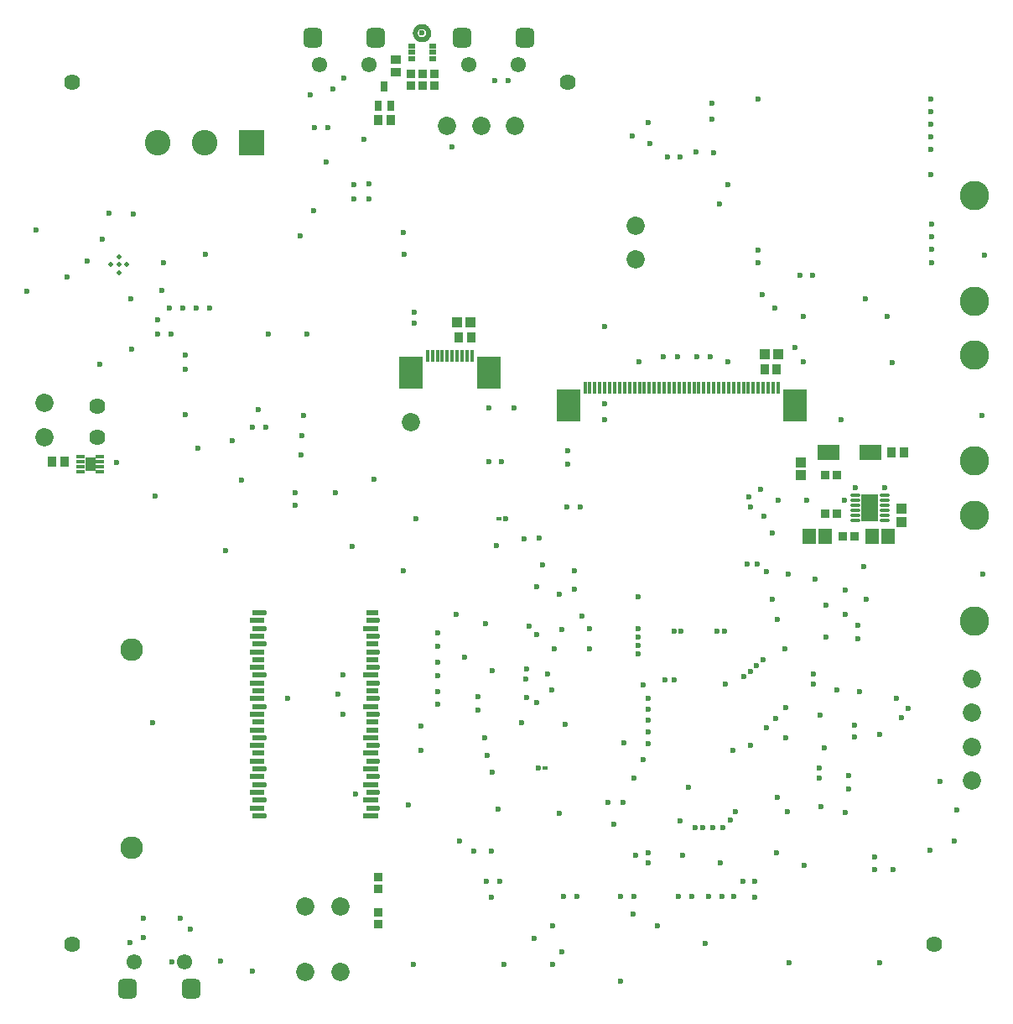
<source format=gbs>
G04*
G04 #@! TF.GenerationSoftware,Altium Limited,Altium Designer,20.2.5 (213)*
G04*
G04 Layer_Color=16711935*
%FSLAX25Y25*%
%MOIN*%
G70*
G04*
G04 #@! TF.SameCoordinates,C1AB7A55-160F-408B-B7C6-D50FE72A222F*
G04*
G04*
G04 #@! TF.FilePolarity,Negative*
G04*
G01*
G75*
%ADD20R,0.03543X0.03937*%
%ADD24R,0.03937X0.04331*%
%ADD32R,0.03347X0.03740*%
%ADD37R,0.03740X0.03347*%
%ADD39R,0.03937X0.03543*%
%ADD40R,0.02132X0.01778*%
%ADD41R,0.04331X0.03937*%
%ADD45R,0.03150X0.03937*%
%ADD69R,0.05512X0.05906*%
%ADD70C,0.07284*%
%ADD71C,0.02362*%
%ADD72C,0.11693*%
%ADD73C,0.01968*%
%ADD74C,0.08957*%
G04:AMPARAMS|DCode=75|XSize=74.8mil|YSize=78.74mil|CornerRadius=19.68mil|HoleSize=0mil|Usage=FLASHONLY|Rotation=180.000|XOffset=0mil|YOffset=0mil|HoleType=Round|Shape=RoundedRectangle|*
%AMROUNDEDRECTD75*
21,1,0.07480,0.03937,0,0,180.0*
21,1,0.03543,0.07874,0,0,180.0*
1,1,0.03937,-0.01772,0.01968*
1,1,0.03937,0.01772,0.01968*
1,1,0.03937,0.01772,-0.01968*
1,1,0.03937,-0.01772,-0.01968*
%
%ADD75ROUNDEDRECTD75*%
%ADD76C,0.06102*%
%ADD77R,0.10138X0.10138*%
%ADD78C,0.10138*%
%ADD79C,0.06394*%
%ADD158R,0.09449X0.12598*%
%ADD159R,0.01575X0.04724*%
%ADD160R,0.02756X0.01968*%
%ADD161R,0.05072X0.02391*%
%ADD162R,0.08740X0.06299*%
%ADD163R,0.03543X0.04331*%
%ADD164R,0.07087X0.11024*%
G04:AMPARAMS|DCode=165|XSize=38.58mil|YSize=14.57mil|CornerRadius=3.3mil|HoleSize=0mil|Usage=FLASHONLY|Rotation=0.000|XOffset=0mil|YOffset=0mil|HoleType=Round|Shape=RoundedRectangle|*
%AMROUNDEDRECTD165*
21,1,0.03858,0.00797,0,0,0.0*
21,1,0.03199,0.01457,0,0,0.0*
1,1,0.00659,0.01599,-0.00399*
1,1,0.00659,-0.01599,-0.00399*
1,1,0.00659,-0.01599,0.00399*
1,1,0.00659,0.01599,0.00399*
%
%ADD165ROUNDEDRECTD165*%
G04:AMPARAMS|DCode=166|XSize=33.86mil|YSize=14.57mil|CornerRadius=3.3mil|HoleSize=0mil|Usage=FLASHONLY|Rotation=0.000|XOffset=0mil|YOffset=0mil|HoleType=Round|Shape=RoundedRectangle|*
%AMROUNDEDRECTD166*
21,1,0.03386,0.00797,0,0,0.0*
21,1,0.02726,0.01457,0,0,0.0*
1,1,0.00659,0.01363,-0.00399*
1,1,0.00659,-0.01363,-0.00399*
1,1,0.00659,-0.01363,0.00399*
1,1,0.00659,0.01363,0.00399*
%
%ADD166ROUNDEDRECTD166*%
%ADD167R,0.03937X0.05512*%
G36*
X909200Y910363D02*
X909389Y910378D01*
X909578Y910403D01*
X909765Y910438D01*
X909950Y910482D01*
X910132Y910536D01*
X910311Y910600D01*
X910487Y910672D01*
X910659Y910754D01*
X910826Y910845D01*
X910988Y910944D01*
X911145Y911052D01*
X911296Y911168D01*
X911440Y911291D01*
X911578Y911422D01*
X911709Y911560D01*
X911832Y911705D01*
X911948Y911855D01*
X912056Y912012D01*
X912155Y912174D01*
X912246Y912341D01*
X912328Y912513D01*
X912401Y912689D01*
X912464Y912868D01*
X912518Y913050D01*
X912562Y913235D01*
X912597Y913422D01*
X912622Y913610D01*
X912637Y913800D01*
X912642Y913980D01*
X910673D01*
X910671Y913903D01*
X910664Y913816D01*
X910653Y913730D01*
X910637Y913644D01*
X910617Y913560D01*
X910592Y913476D01*
X910563Y913394D01*
X910529Y913314D01*
X910492Y913235D01*
X910450Y913159D01*
X910405Y913084D01*
X910356Y913012D01*
X910303Y912943D01*
X910246Y912877D01*
X910186Y912814D01*
X910123Y912754D01*
X910057Y912697D01*
X909988Y912644D01*
X909916Y912595D01*
X909842Y912550D01*
X909765Y912508D01*
X909686Y912471D01*
X909606Y912437D01*
X909524Y912408D01*
X909440Y912383D01*
X909356Y912363D01*
X909270Y912347D01*
X909184Y912336D01*
X909097Y912329D01*
X909000Y912327D01*
X908912Y912329D01*
X908825Y912336D01*
X908738Y912347D01*
X908652Y912363D01*
X908567Y912384D01*
X908483Y912409D01*
X908400Y912438D01*
X908319Y912471D01*
X908240Y912509D01*
X908163Y912551D01*
X908089Y912597D01*
X908016Y912646D01*
X907947Y912700D01*
X907880Y912757D01*
X907817Y912817D01*
X907757Y912880D01*
X907700Y912947D01*
X907646Y913017D01*
X907597Y913089D01*
X907551Y913163D01*
X907509Y913240D01*
X907471Y913319D01*
X907438Y913400D01*
X907409Y913483D01*
X907384Y913567D01*
X907363Y913652D01*
X907347Y913738D01*
X907336Y913825D01*
X907329Y913912D01*
X907327Y914000D01*
X907329Y914088D01*
X907336Y914175D01*
X907347Y914262D01*
X907363Y914348D01*
X907384Y914433D01*
X907409Y914517D01*
X907438Y914600D01*
X907471Y914681D01*
X907509Y914760D01*
X907551Y914837D01*
X907597Y914911D01*
X907646Y914983D01*
X907700Y915053D01*
X907757Y915120D01*
X907817Y915183D01*
X907880Y915243D01*
X907947Y915300D01*
X908016Y915354D01*
X908089Y915403D01*
X908163Y915449D01*
X908240Y915491D01*
X908319Y915529D01*
X908400Y915562D01*
X908483Y915591D01*
X908567Y915616D01*
X908652Y915637D01*
X908738Y915653D01*
X908825Y915664D01*
X908912Y915671D01*
X909000Y915673D01*
X909097Y915671D01*
X909184Y915664D01*
X909270Y915653D01*
X909356Y915637D01*
X909440Y915617D01*
X909524Y915592D01*
X909606Y915563D01*
X909686Y915529D01*
X909765Y915492D01*
X909842Y915450D01*
X909916Y915405D01*
X909988Y915356D01*
X910057Y915303D01*
X910123Y915246D01*
X910186Y915186D01*
X910246Y915123D01*
X910303Y915057D01*
X910356Y914988D01*
X910405Y914916D01*
X910450Y914841D01*
X910492Y914765D01*
X910529Y914686D01*
X910563Y914606D01*
X910592Y914524D01*
X910617Y914440D01*
X910637Y914356D01*
X910653Y914270D01*
X910664Y914184D01*
X910671Y914097D01*
X910674Y913980D01*
X912643D01*
X912637Y914200D01*
X912622Y914390D01*
X912597Y914578D01*
X912562Y914765D01*
X912518Y914950D01*
X912464Y915132D01*
X912401Y915311D01*
X912328Y915487D01*
X912246Y915659D01*
X912155Y915826D01*
X912056Y915988D01*
X911948Y916145D01*
X911832Y916296D01*
X911709Y916440D01*
X911578Y916578D01*
X911440Y916709D01*
X911296Y916832D01*
X911145Y916948D01*
X910988Y917056D01*
X910826Y917155D01*
X910659Y917246D01*
X910487Y917328D01*
X910311Y917400D01*
X910132Y917464D01*
X909950Y917518D01*
X909765Y917562D01*
X909578Y917597D01*
X909389Y917622D01*
X909200Y917637D01*
X909000Y917642D01*
X908809Y917637D01*
X908619Y917622D01*
X908430Y917597D01*
X908243Y917562D01*
X908057Y917518D01*
X907875Y917463D01*
X907695Y917400D01*
X907519Y917327D01*
X907347Y917245D01*
X907179Y917154D01*
X907017Y917054D01*
X906859Y916946D01*
X906708Y916830D01*
X906563Y916706D01*
X906425Y916575D01*
X906294Y916437D01*
X906170Y916292D01*
X906054Y916141D01*
X905946Y915983D01*
X905846Y915821D01*
X905755Y915653D01*
X905673Y915481D01*
X905600Y915305D01*
X905536Y915125D01*
X905482Y914942D01*
X905438Y914757D01*
X905403Y914570D01*
X905378Y914381D01*
X905363Y914191D01*
X905358Y914000D01*
X905363Y913809D01*
X905378Y913619D01*
X905403Y913430D01*
X905438Y913243D01*
X905482Y913058D01*
X905536Y912875D01*
X905600Y912695D01*
X905673Y912519D01*
X905755Y912347D01*
X905846Y912179D01*
X905946Y912017D01*
X906054Y911859D01*
X906170Y911708D01*
X906294Y911563D01*
X906425Y911425D01*
X906563Y911294D01*
X906708Y911170D01*
X906859Y911054D01*
X907017Y910946D01*
X907179Y910846D01*
X907347Y910755D01*
X907519Y910673D01*
X907695Y910600D01*
X907875Y910536D01*
X908057Y910482D01*
X908243Y910438D01*
X908430Y910403D01*
X908619Y910378D01*
X908809Y910363D01*
X909000Y910358D01*
X909200Y910363D01*
D02*
G37*
D20*
X923539Y793000D02*
D03*
X928461D02*
D03*
X762039Y743902D02*
D03*
X766961D02*
D03*
X1049988Y780333D02*
D03*
X1045067D02*
D03*
X891539Y879500D02*
D03*
X896461D02*
D03*
D24*
X928158Y799000D02*
D03*
X922843D02*
D03*
X1045343Y786500D02*
D03*
X1050657D02*
D03*
D32*
X1069138Y738500D02*
D03*
X1073862D02*
D03*
X1073862Y723000D02*
D03*
X1069138D02*
D03*
X1080862Y714024D02*
D03*
X1076138D02*
D03*
D37*
X909278Y893138D02*
D03*
Y897862D02*
D03*
X914000D02*
D03*
Y893138D02*
D03*
X891500Y578862D02*
D03*
Y574138D02*
D03*
Y560138D02*
D03*
Y564862D02*
D03*
X904500Y893138D02*
D03*
Y897862D02*
D03*
D39*
X898500Y903461D02*
D03*
Y898539D02*
D03*
D40*
X955221Y622000D02*
D03*
X957780D02*
D03*
X942280Y721000D02*
D03*
X939721D02*
D03*
D41*
X1059500Y738343D02*
D03*
Y743657D02*
D03*
X1099673Y719890D02*
D03*
Y725205D02*
D03*
D45*
X894000Y892740D02*
D03*
X891441Y885260D02*
D03*
X896559D02*
D03*
D69*
X1087850Y714000D02*
D03*
X1094150D02*
D03*
X1062850Y714024D02*
D03*
X1069150D02*
D03*
D70*
X994000Y837500D02*
D03*
Y824000D02*
D03*
X904500Y759500D02*
D03*
X919000Y877000D02*
D03*
X932500Y877039D02*
D03*
X946000D02*
D03*
X1127500Y630500D02*
D03*
Y657500D02*
D03*
Y644000D02*
D03*
Y617000D02*
D03*
X876500Y567224D02*
D03*
X862500Y541000D02*
D03*
Y567224D02*
D03*
X876500Y541000D02*
D03*
X759000Y753500D02*
D03*
Y767000D02*
D03*
D71*
X909000Y914000D02*
D03*
X906500Y721000D02*
D03*
X1092827Y733500D02*
D03*
X1087000Y728453D02*
D03*
X815000Y762500D02*
D03*
X1075500Y760500D02*
D03*
X1084500Y702295D02*
D03*
X1091000Y635500D02*
D03*
X1061000Y583500D02*
D03*
X1002500Y559500D02*
D03*
X1021500Y552500D02*
D03*
X988000Y537500D02*
D03*
X841500Y541500D02*
D03*
X802000Y640000D02*
D03*
X831000Y708500D02*
D03*
X875641Y651472D02*
D03*
X960500Y653000D02*
D03*
X989383Y632099D02*
D03*
X1032500Y629000D02*
D03*
X1015000Y614500D02*
D03*
X1029500Y655500D02*
D03*
X975687Y677500D02*
D03*
X901847Y826000D02*
D03*
X901480Y834886D02*
D03*
X921035Y868730D02*
D03*
X906000Y798976D02*
D03*
X901500Y700500D02*
D03*
X1095889Y783117D02*
D03*
X1099673Y719890D02*
D03*
X1087850Y714000D02*
D03*
X1085500Y689000D02*
D03*
X1081173Y733500D02*
D03*
X1041784Y662749D02*
D03*
X1081000Y639079D02*
D03*
X1053442Y634167D02*
D03*
X998902Y641152D02*
D03*
X999000Y588646D02*
D03*
X958755Y659606D02*
D03*
X934067Y679625D02*
D03*
X1044500Y665229D02*
D03*
X993365Y618000D02*
D03*
X950441Y650179D02*
D03*
X994779Y667472D02*
D03*
X1069500Y674000D02*
D03*
X1039716Y725871D02*
D03*
X1020595Y598500D02*
D03*
X982831Y608425D02*
D03*
X1053325Y669400D02*
D03*
X1038370Y703177D02*
D03*
X963508Y691102D02*
D03*
X1049962Y588498D02*
D03*
X1005500Y657000D02*
D03*
X1027637Y584335D02*
D03*
X999000Y584500D02*
D03*
X922508Y683228D02*
D03*
X1049605Y641890D02*
D03*
X1048153Y689000D02*
D03*
X1009332Y676440D02*
D03*
X1017500Y598484D02*
D03*
X998902Y631707D02*
D03*
X961500Y669500D02*
D03*
X891267Y655900D02*
D03*
X1067331Y643000D02*
D03*
X1012000Y676340D02*
D03*
X1044762Y722103D02*
D03*
X998902Y636640D02*
D03*
X936427Y589284D02*
D03*
X933951Y634150D02*
D03*
X964500Y677213D02*
D03*
X891267Y662100D02*
D03*
X1074000Y653000D02*
D03*
X1045992Y700295D02*
D03*
X942280Y721000D02*
D03*
X1033454Y604954D02*
D03*
X1009159Y657086D02*
D03*
X1046000Y638000D02*
D03*
X1077164Y683000D02*
D03*
X1077000Y728500D02*
D03*
X1043570Y732681D02*
D03*
X972563Y682562D02*
D03*
X1024713Y598500D02*
D03*
X938500Y710500D02*
D03*
X1054188Y604677D02*
D03*
X1067592Y606748D02*
D03*
X1054500Y699000D02*
D03*
X1048153Y715629D02*
D03*
X954562Y675039D02*
D03*
X996972Y625360D02*
D03*
X846250Y634200D02*
D03*
X935004Y627054D02*
D03*
X1053442Y646058D02*
D03*
X1037000Y658500D02*
D03*
X1038992Y729738D02*
D03*
X949500Y713000D02*
D03*
X929500Y589284D02*
D03*
X963415Y604267D02*
D03*
X955260Y622000D02*
D03*
X1050323Y681260D02*
D03*
X1042314Y703000D02*
D03*
X969500Y693000D02*
D03*
X1011500Y601000D02*
D03*
X939140Y605981D02*
D03*
X951500Y678500D02*
D03*
X846250Y671400D02*
D03*
X1050122Y610394D02*
D03*
X1083000Y652500D02*
D03*
X937046Y620552D02*
D03*
X950143Y657452D02*
D03*
X1031500Y601547D02*
D03*
X1028500Y598500D02*
D03*
X975687Y669500D02*
D03*
X955500Y713625D02*
D03*
X954562Y694000D02*
D03*
X989050Y608473D02*
D03*
X937024Y660718D02*
D03*
X1069000Y630000D02*
D03*
X966000Y639500D02*
D03*
X985161Y599663D02*
D03*
X841452Y637300D02*
D03*
X954500Y648000D02*
D03*
X1066921Y618268D02*
D03*
X1064437Y659553D02*
D03*
X981630Y760370D02*
D03*
X956784Y702784D02*
D03*
X1012720Y587500D02*
D03*
X841452Y631100D02*
D03*
X950441Y661500D02*
D03*
X1039500Y631000D02*
D03*
Y660500D02*
D03*
X994779Y670815D02*
D03*
X948696Y640053D02*
D03*
X1067016Y622205D02*
D03*
X1069500Y686935D02*
D03*
X1077164Y692785D02*
D03*
X1065347Y697008D02*
D03*
X969500Y700500D02*
D03*
X993770Y587500D02*
D03*
X926039Y666217D02*
D03*
X1064490Y655539D02*
D03*
X1030413Y853944D02*
D03*
X1027257Y846000D02*
D03*
X935500Y765228D02*
D03*
Y743772D02*
D03*
X945500Y765228D02*
D03*
X940500Y743772D02*
D03*
X1061841Y728500D02*
D03*
X1050412Y728430D02*
D03*
X1111585Y822807D02*
D03*
X1057257Y789257D02*
D03*
X1059500Y743657D02*
D03*
X981630Y766979D02*
D03*
X847882Y794539D02*
D03*
X863118D02*
D03*
X994852Y690323D02*
D03*
X1026296Y676374D02*
D03*
X1029258Y676379D02*
D03*
X994852Y677500D02*
D03*
X995310Y783384D02*
D03*
X994740Y674157D02*
D03*
X906000Y803158D02*
D03*
X866000Y843638D02*
D03*
X1060587Y801358D02*
D03*
X1093872D02*
D03*
X1085129Y808417D02*
D03*
X1064394Y817984D02*
D03*
X1131500Y762000D02*
D03*
X1132000Y699000D02*
D03*
X1097500Y649764D02*
D03*
X905587Y544142D02*
D03*
X941413D02*
D03*
X936728Y570972D02*
D03*
X939976Y577000D02*
D03*
X943207Y895134D02*
D03*
X937866D02*
D03*
X992622Y873000D02*
D03*
X1111343Y887906D02*
D03*
X1111500Y828000D02*
D03*
X1042445Y822906D02*
D03*
Y827905D02*
D03*
X1111261Y872945D02*
D03*
X1111343Y882905D02*
D03*
X1059394Y817984D02*
D03*
X1111343Y877905D02*
D03*
X1111500Y833000D02*
D03*
X1111261Y867945D02*
D03*
X1111500Y838000D02*
D03*
X1111230Y857988D02*
D03*
X1042445Y887906D02*
D03*
X1102239Y645976D02*
D03*
X1032780Y571000D02*
D03*
X964584Y549000D02*
D03*
X960752Y544197D02*
D03*
X891500Y564862D02*
D03*
X828862Y545633D02*
D03*
X882461Y611861D02*
D03*
X903477Y607491D02*
D03*
X908524Y638937D02*
D03*
X877539Y643500D02*
D03*
X960752Y559364D02*
D03*
X953665Y554639D02*
D03*
X846250Y603200D02*
D03*
X923768Y593000D02*
D03*
X776000Y823500D02*
D03*
X782000Y832256D02*
D03*
X793374Y808512D02*
D03*
X890000Y736878D02*
D03*
X915268Y658843D02*
D03*
X998902Y649733D02*
D03*
X996987Y655110D02*
D03*
X998902Y645344D02*
D03*
X1077366Y604487D02*
D03*
X886700Y603200D02*
D03*
X1041174Y570949D02*
D03*
X891267Y643500D02*
D03*
X886700Y659000D02*
D03*
Y677600D02*
D03*
X1099500Y642000D02*
D03*
X1100421Y747500D02*
D03*
X891500Y574138D02*
D03*
X889209Y683800D02*
D03*
X837220Y736500D02*
D03*
X787500Y743438D02*
D03*
X847000Y757500D02*
D03*
X841500Y757512D02*
D03*
X861169Y754000D02*
D03*
X860972Y746488D02*
D03*
X1132405Y825797D02*
D03*
X841452Y624900D02*
D03*
Y655900D02*
D03*
X846250Y683800D02*
D03*
X841452Y606272D02*
D03*
X891267Y624835D02*
D03*
Y631165D02*
D03*
Y649700D02*
D03*
Y674500D02*
D03*
Y668300D02*
D03*
Y680700D02*
D03*
Y612500D02*
D03*
Y606300D02*
D03*
X886700Y621800D02*
D03*
X891267Y618700D02*
D03*
X886700Y615600D02*
D03*
Y609400D02*
D03*
X915268Y675815D02*
D03*
Y670500D02*
D03*
X855461Y649700D02*
D03*
X877539Y659000D02*
D03*
X908524Y629095D02*
D03*
X841452Y612500D02*
D03*
Y618700D02*
D03*
Y674500D02*
D03*
Y662100D02*
D03*
X846250Y646600D02*
D03*
X841452Y668300D02*
D03*
Y649700D02*
D03*
X846250Y615600D02*
D03*
Y677600D02*
D03*
X841452Y680700D02*
D03*
Y643500D02*
D03*
X886700Y634200D02*
D03*
Y646600D02*
D03*
Y628000D02*
D03*
X846250Y621800D02*
D03*
Y659065D02*
D03*
Y609400D02*
D03*
X858488Y731500D02*
D03*
X874500D02*
D03*
X967000Y748158D02*
D03*
X1036421Y577000D02*
D03*
X858488Y726500D02*
D03*
X817000Y558000D02*
D03*
X803000Y730138D02*
D03*
X819732Y749000D02*
D03*
X873500Y891740D02*
D03*
X864500Y889461D02*
D03*
X793000Y552870D02*
D03*
X809681Y545130D02*
D03*
X881279Y710000D02*
D03*
X1006441Y864709D02*
D03*
X999500Y870122D02*
D03*
X999008Y878575D02*
D03*
X808714Y804726D02*
D03*
X814038D02*
D03*
X819224D02*
D03*
X824575D02*
D03*
X971930Y725802D02*
D03*
X966615D02*
D03*
X915268Y652658D02*
D03*
Y664157D02*
D03*
Y647342D02*
D03*
X931114Y650453D02*
D03*
Y645138D02*
D03*
X1022843Y571000D02*
D03*
X1028158D02*
D03*
X1016158D02*
D03*
X1010843D02*
D03*
X993157D02*
D03*
X987842D02*
D03*
X970658D02*
D03*
X965343D02*
D03*
X1082063Y678752D02*
D03*
Y673437D02*
D03*
X1120643Y593051D02*
D03*
X1111000Y589461D02*
D03*
X1089000Y586764D02*
D03*
X1121500Y605642D02*
D03*
X1041224Y577000D02*
D03*
X1024075Y886055D02*
D03*
Y879756D02*
D03*
X1018000Y866677D02*
D03*
X1024980Y866382D02*
D03*
X1011559Y864709D02*
D03*
X1115000Y616968D02*
D03*
X755500Y835850D02*
D03*
X752000Y811638D02*
D03*
X768000Y817079D02*
D03*
X781000Y782657D02*
D03*
X793500Y788335D02*
D03*
X806315Y822918D02*
D03*
X805452Y811697D02*
D03*
X822952Y826091D02*
D03*
X784452Y842394D02*
D03*
X794199Y842110D02*
D03*
X844000Y764638D02*
D03*
X809303Y794500D02*
D03*
X803988D02*
D03*
X815000Y786000D02*
D03*
Y780500D02*
D03*
X803988Y800000D02*
D03*
X833500Y752157D02*
D03*
X878000Y896000D02*
D03*
X882047Y848047D02*
D03*
Y853953D02*
D03*
X860492Y833638D02*
D03*
X871000Y862811D02*
D03*
X871528Y876500D02*
D03*
X866213D02*
D03*
X898500Y903461D02*
D03*
X904768Y906402D02*
D03*
X898500Y898539D02*
D03*
X904500Y893138D02*
D03*
X914000Y897862D02*
D03*
X1096260Y581941D02*
D03*
X1089000Y581843D02*
D03*
X887953Y848047D02*
D03*
Y854084D02*
D03*
X909396Y893103D02*
D03*
X1078700Y619239D02*
D03*
X981500Y797546D02*
D03*
X1080907Y634437D02*
D03*
X885984Y871758D02*
D03*
X891378Y879494D02*
D03*
X777122Y742917D02*
D03*
X762060Y743881D02*
D03*
X1044221Y810279D02*
D03*
X1049354Y804720D02*
D03*
X934661Y577000D02*
D03*
X861957Y762000D02*
D03*
X992862Y564000D02*
D03*
X1078618Y613823D02*
D03*
X1060587Y783642D02*
D03*
X914000Y893138D02*
D03*
X1054992Y544762D02*
D03*
X1090819D02*
D03*
X1023672Y785453D02*
D03*
X1018357D02*
D03*
X1010658D02*
D03*
X1004842D02*
D03*
X1030413Y783642D02*
D03*
X967000Y742842D02*
D03*
X1062850Y714024D02*
D03*
X1069138Y723000D02*
D03*
X1045000Y786500D02*
D03*
X798323Y554740D02*
D03*
X798103Y562577D02*
D03*
X813000D02*
D03*
D72*
X1128500Y722504D02*
D03*
Y680496D02*
D03*
Y849504D02*
D03*
Y807496D02*
D03*
Y786004D02*
D03*
Y743996D02*
D03*
D73*
X785350Y822000D02*
D03*
X788500Y825150D02*
D03*
X791650Y822000D02*
D03*
X788500Y818850D02*
D03*
Y822000D02*
D03*
D74*
X793500Y590350D02*
D03*
Y669091D02*
D03*
D75*
X817161Y534500D02*
D03*
X791965D02*
D03*
X890661Y912220D02*
D03*
X865465D02*
D03*
X924784D02*
D03*
X949980D02*
D03*
D76*
X794721Y545130D02*
D03*
X814406D02*
D03*
X868221Y901591D02*
D03*
X887906D02*
D03*
X947224D02*
D03*
X927539D02*
D03*
D77*
X841201Y870500D02*
D03*
D78*
X822500D02*
D03*
X803799D02*
D03*
D79*
X780000Y765799D02*
D03*
Y753594D02*
D03*
X1112409Y552102D02*
D03*
X769890D02*
D03*
Y894610D02*
D03*
X966740Y894610D02*
D03*
D158*
X967181Y766307D02*
D03*
X1057102D02*
D03*
X935433Y779059D02*
D03*
X904567D02*
D03*
D159*
X973756Y773000D02*
D03*
X975724D02*
D03*
X977693D02*
D03*
X979661D02*
D03*
X981630D02*
D03*
X983598D02*
D03*
X985567D02*
D03*
X987535D02*
D03*
X989504D02*
D03*
X991472D02*
D03*
X993441D02*
D03*
X995409D02*
D03*
X997378D02*
D03*
X999347D02*
D03*
X1001315D02*
D03*
X1003284D02*
D03*
X1005252D02*
D03*
X1007220D02*
D03*
X1009189D02*
D03*
X1011158D02*
D03*
X1013126D02*
D03*
X1015094D02*
D03*
X1017063D02*
D03*
X1019032D02*
D03*
X1021000D02*
D03*
X1022968D02*
D03*
X1024937D02*
D03*
X1026906D02*
D03*
X1028874D02*
D03*
X1030842D02*
D03*
X1032811D02*
D03*
X1034779D02*
D03*
X1036748D02*
D03*
X1038717D02*
D03*
X1040685D02*
D03*
X1042653D02*
D03*
X1044622D02*
D03*
X1046591D02*
D03*
X1048559D02*
D03*
X1050528D02*
D03*
X928858Y785752D02*
D03*
X926890D02*
D03*
X924921D02*
D03*
X922953D02*
D03*
X920984D02*
D03*
X919016D02*
D03*
X917047D02*
D03*
X915079D02*
D03*
X913110D02*
D03*
X911142D02*
D03*
D160*
X913232Y903843D02*
D03*
X904768D02*
D03*
X913232Y906402D02*
D03*
X904768D02*
D03*
X913232Y908961D02*
D03*
X904768D02*
D03*
D161*
X843911Y683800D02*
D03*
Y680700D02*
D03*
Y677600D02*
D03*
Y674500D02*
D03*
Y671400D02*
D03*
Y668300D02*
D03*
Y665200D02*
D03*
Y662100D02*
D03*
Y659000D02*
D03*
Y655900D02*
D03*
Y652800D02*
D03*
Y649700D02*
D03*
Y646600D02*
D03*
Y643500D02*
D03*
Y640400D02*
D03*
Y637300D02*
D03*
Y634200D02*
D03*
Y631100D02*
D03*
Y628000D02*
D03*
Y624900D02*
D03*
Y621800D02*
D03*
Y618700D02*
D03*
Y615600D02*
D03*
Y612500D02*
D03*
Y609400D02*
D03*
Y606300D02*
D03*
Y603200D02*
D03*
X889089D02*
D03*
Y606300D02*
D03*
Y609400D02*
D03*
Y612500D02*
D03*
Y615600D02*
D03*
Y618700D02*
D03*
Y621800D02*
D03*
Y624900D02*
D03*
Y628000D02*
D03*
Y631100D02*
D03*
Y634200D02*
D03*
Y637300D02*
D03*
Y640400D02*
D03*
Y643500D02*
D03*
Y646600D02*
D03*
Y649700D02*
D03*
Y652800D02*
D03*
Y655900D02*
D03*
Y659000D02*
D03*
Y662100D02*
D03*
Y665200D02*
D03*
Y668300D02*
D03*
Y671400D02*
D03*
Y674500D02*
D03*
Y677600D02*
D03*
Y680700D02*
D03*
Y683800D02*
D03*
D162*
X1087327Y747500D02*
D03*
X1070673D02*
D03*
D163*
X1095500D02*
D03*
X1100421D02*
D03*
D164*
X1087000Y725500D02*
D03*
D165*
X1092827Y720579D02*
D03*
Y722547D02*
D03*
Y724516D02*
D03*
Y726484D02*
D03*
Y728453D02*
D03*
Y730421D02*
D03*
X1081173D02*
D03*
Y728453D02*
D03*
Y726484D02*
D03*
Y724516D02*
D03*
Y722547D02*
D03*
Y720579D02*
D03*
D166*
X773244Y739965D02*
D03*
Y741933D02*
D03*
Y743902D02*
D03*
Y745870D02*
D03*
X781000D02*
D03*
Y743902D02*
D03*
Y741933D02*
D03*
Y739965D02*
D03*
D167*
X777122Y742917D02*
D03*
M02*

</source>
